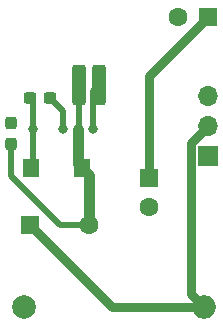
<source format=gbr>
%TF.GenerationSoftware,KiCad,Pcbnew,7.0.1*%
%TF.CreationDate,2023-05-04T15:38:18-07:00*%
%TF.ProjectId,LM2670SX-Carrier,4c4d3236-3730-4535-982d-436172726965,rev?*%
%TF.SameCoordinates,Original*%
%TF.FileFunction,Copper,L2,Bot*%
%TF.FilePolarity,Positive*%
%FSLAX46Y46*%
G04 Gerber Fmt 4.6, Leading zero omitted, Abs format (unit mm)*
G04 Created by KiCad (PCBNEW 7.0.1) date 2023-05-04 15:38:18*
%MOMM*%
%LPD*%
G01*
G04 APERTURE LIST*
G04 Aperture macros list*
%AMRoundRect*
0 Rectangle with rounded corners*
0 $1 Rounding radius*
0 $2 $3 $4 $5 $6 $7 $8 $9 X,Y pos of 4 corners*
0 Add a 4 corners polygon primitive as box body*
4,1,4,$2,$3,$4,$5,$6,$7,$8,$9,$2,$3,0*
0 Add four circle primitives for the rounded corners*
1,1,$1+$1,$2,$3*
1,1,$1+$1,$4,$5*
1,1,$1+$1,$6,$7*
1,1,$1+$1,$8,$9*
0 Add four rect primitives between the rounded corners*
20,1,$1+$1,$2,$3,$4,$5,0*
20,1,$1+$1,$4,$5,$6,$7,0*
20,1,$1+$1,$6,$7,$8,$9,0*
20,1,$1+$1,$8,$9,$2,$3,0*%
G04 Aperture macros list end*
%TA.AperFunction,ComponentPad*%
%ADD10R,1.700000X1.700000*%
%TD*%
%TA.AperFunction,ComponentPad*%
%ADD11O,1.700000X1.700000*%
%TD*%
%TA.AperFunction,ComponentPad*%
%ADD12R,1.600000X1.600000*%
%TD*%
%TA.AperFunction,ComponentPad*%
%ADD13C,1.600000*%
%TD*%
%TA.AperFunction,ComponentPad*%
%ADD14C,2.000000*%
%TD*%
%TA.AperFunction,ComponentPad*%
%ADD15O,2.000000X2.000000*%
%TD*%
%TA.AperFunction,SMDPad,CuDef*%
%ADD16RoundRect,0.250000X0.337500X1.450000X-0.337500X1.450000X-0.337500X-1.450000X0.337500X-1.450000X0*%
%TD*%
%TA.AperFunction,SMDPad,CuDef*%
%ADD17R,1.450000X1.490000*%
%TD*%
%TA.AperFunction,SMDPad,CuDef*%
%ADD18RoundRect,0.237500X-0.237500X0.300000X-0.237500X-0.300000X0.237500X-0.300000X0.237500X0.300000X0*%
%TD*%
%TA.AperFunction,SMDPad,CuDef*%
%ADD19RoundRect,0.237500X0.300000X0.237500X-0.300000X0.237500X-0.300000X-0.237500X0.300000X-0.237500X0*%
%TD*%
%TA.AperFunction,ViaPad*%
%ADD20C,0.800000*%
%TD*%
%TA.AperFunction,Conductor*%
%ADD21C,0.762000*%
%TD*%
%TA.AperFunction,Conductor*%
%ADD22C,0.508000*%
%TD*%
%TA.AperFunction,Conductor*%
%ADD23C,0.889000*%
%TD*%
G04 APERTURE END LIST*
D10*
%TO.P,J1,1,Pin_1*%
%TO.N,+VDC*%
X188747700Y-101470200D03*
D11*
%TO.P,J1,2,Pin_2*%
%TO.N,+3V3*%
X188747700Y-98930200D03*
%TO.P,J1,3,Pin_3*%
%TO.N,GND*%
X188747700Y-96390200D03*
%TD*%
D12*
%TO.P,C2,1*%
%TO.N,+VDC*%
X183796514Y-103293055D03*
D13*
%TO.P,C2,2*%
%TO.N,GND*%
X183796514Y-105793055D03*
%TD*%
D12*
%TO.P,C1,1*%
%TO.N,+VDC*%
X188788945Y-89705684D03*
D13*
%TO.P,C1,2*%
%TO.N,GND*%
X186288945Y-89705684D03*
%TD*%
D12*
%TO.P,C5,1*%
%TO.N,+3V3*%
X173687637Y-107336169D03*
D13*
%TO.P,C5,2*%
%TO.N,GND*%
X178687637Y-107336169D03*
%TD*%
D14*
%TO.P,L1,1,1*%
%TO.N,Net-(IC1-SWITCH_OUTPUT)*%
X173209934Y-114285576D03*
D15*
%TO.P,L1,2,2*%
%TO.N,+3V3*%
X188449934Y-114285576D03*
%TD*%
D16*
%TO.P,R1,1*%
%TO.N,Net-(IC1-SYNC)*%
X179529660Y-95497996D03*
%TO.P,R1,2*%
%TO.N,GND*%
X177854660Y-95497996D03*
%TD*%
D17*
%TO.P,D2,1*%
%TO.N,Net-(IC1-SWITCH_OUTPUT)*%
X173802430Y-102517684D03*
%TO.P,D2,2*%
%TO.N,GND*%
X178152430Y-102517684D03*
%TD*%
D18*
%TO.P,C4,1*%
%TO.N,+VDC*%
X172100988Y-98684801D03*
%TO.P,C4,2*%
%TO.N,GND*%
X172100988Y-100409801D03*
%TD*%
D19*
%TO.P,C3,1*%
%TO.N,Net-(IC1-CBOOST{slash}CB)*%
X175432040Y-96590316D03*
%TO.P,C3,2*%
%TO.N,Net-(IC1-SWITCH_OUTPUT)*%
X173707040Y-96590316D03*
%TD*%
D20*
%TO.N,+VDC*%
X172100988Y-98684801D03*
%TO.N,GND*%
X177800000Y-99210000D03*
%TO.N,Net-(IC1-CBOOST{slash}CB)*%
X176530000Y-99210000D03*
%TO.N,Net-(IC1-SWITCH_OUTPUT)*%
X173990000Y-99210000D03*
%TO.N,Net-(IC1-SYNC)*%
X179070000Y-99210000D03*
%TD*%
D21*
%TO.N,+VDC*%
X183796514Y-94698115D02*
X183796514Y-103293055D01*
X188788945Y-89705684D02*
X183796514Y-94698115D01*
D22*
%TO.N,GND*%
X172100988Y-100409801D02*
X172100988Y-103194242D01*
X177854660Y-95497996D02*
X177854660Y-99155340D01*
D23*
X177800000Y-102165254D02*
X178152430Y-102517684D01*
D22*
X177854660Y-99155340D02*
X177800000Y-99210000D01*
D23*
X177800000Y-99210000D02*
X177800000Y-100609213D01*
D22*
X176242915Y-107336169D02*
X178687637Y-107336169D01*
D23*
X178687637Y-107336169D02*
X178687637Y-103052891D01*
X177800000Y-100609213D02*
X177800000Y-102165254D01*
X178687637Y-103052891D02*
X178152430Y-102517684D01*
D22*
X172100988Y-103194242D02*
X176242915Y-107336169D01*
%TO.N,Net-(IC1-CBOOST{slash}CB)*%
X176530000Y-97688276D02*
X175432040Y-96590316D01*
X176530000Y-99210000D02*
X176530000Y-97688276D01*
%TO.N,Net-(IC1-SWITCH_OUTPUT)*%
X173990000Y-96873276D02*
X173707040Y-96590316D01*
X173990000Y-99210000D02*
X173990000Y-102330114D01*
X173990000Y-99210000D02*
X173990000Y-96873276D01*
D21*
%TO.N,+3V3*%
X173687637Y-107336169D02*
X180637044Y-114285576D01*
X188449934Y-114285576D02*
X187316700Y-113152342D01*
X180637044Y-114285576D02*
X188449934Y-114285576D01*
X187316700Y-113152342D02*
X187316700Y-100361200D01*
X187316700Y-100361200D02*
X188747700Y-98930200D01*
D22*
%TO.N,Net-(IC1-SYNC)*%
X179070000Y-99210000D02*
X179070000Y-95957656D01*
X179070000Y-95957656D02*
X179529660Y-95497996D01*
%TD*%
M02*

</source>
